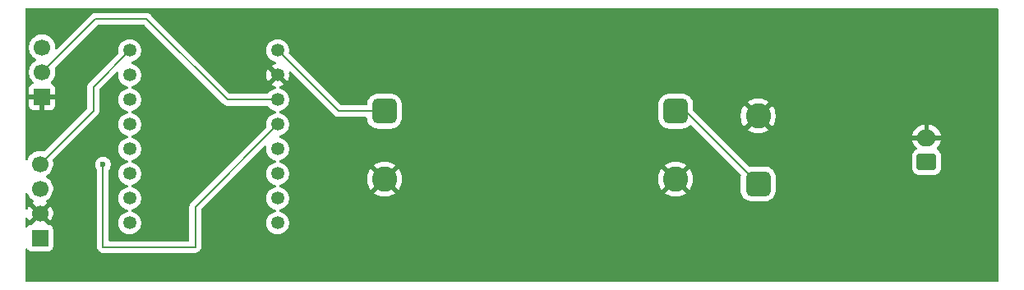
<source format=gbr>
%TF.GenerationSoftware,KiCad,Pcbnew,9.0.4*%
%TF.CreationDate,2025-11-05T17:22:30+05:30*%
%TF.ProjectId,BikeSSv3,42696b65-5353-4763-932e-6b696361645f,rev?*%
%TF.SameCoordinates,Original*%
%TF.FileFunction,Copper,L1,Top*%
%TF.FilePolarity,Positive*%
%FSLAX46Y46*%
G04 Gerber Fmt 4.6, Leading zero omitted, Abs format (unit mm)*
G04 Created by KiCad (PCBNEW 9.0.4) date 2025-11-05 17:22:30*
%MOMM*%
%LPD*%
G01*
G04 APERTURE LIST*
G04 Aperture macros list*
%AMRoundRect*
0 Rectangle with rounded corners*
0 $1 Rounding radius*
0 $2 $3 $4 $5 $6 $7 $8 $9 X,Y pos of 4 corners*
0 Add a 4 corners polygon primitive as box body*
4,1,4,$2,$3,$4,$5,$6,$7,$8,$9,$2,$3,0*
0 Add four circle primitives for the rounded corners*
1,1,$1+$1,$2,$3*
1,1,$1+$1,$4,$5*
1,1,$1+$1,$6,$7*
1,1,$1+$1,$8,$9*
0 Add four rect primitives between the rounded corners*
20,1,$1+$1,$2,$3,$4,$5,0*
20,1,$1+$1,$4,$5,$6,$7,0*
20,1,$1+$1,$6,$7,$8,$9,0*
20,1,$1+$1,$8,$9,$2,$3,0*%
G04 Aperture macros list end*
%TA.AperFunction,ComponentPad*%
%ADD10C,1.348000*%
%TD*%
%TA.AperFunction,ComponentPad*%
%ADD11RoundRect,0.250000X0.750000X-0.600000X0.750000X0.600000X-0.750000X0.600000X-0.750000X-0.600000X0*%
%TD*%
%TA.AperFunction,ComponentPad*%
%ADD12O,2.000000X1.700000*%
%TD*%
%TA.AperFunction,ComponentPad*%
%ADD13RoundRect,0.650000X-0.650000X0.650000X-0.650000X-0.650000X0.650000X-0.650000X0.650000X0.650000X0*%
%TD*%
%TA.AperFunction,ComponentPad*%
%ADD14C,2.600000*%
%TD*%
%TA.AperFunction,ComponentPad*%
%ADD15R,1.700000X1.700000*%
%TD*%
%TA.AperFunction,ComponentPad*%
%ADD16C,1.700000*%
%TD*%
%TA.AperFunction,ComponentPad*%
%ADD17RoundRect,0.650000X0.650000X-0.650000X0.650000X0.650000X-0.650000X0.650000X-0.650000X-0.650000X0*%
%TD*%
%TA.AperFunction,ViaPad*%
%ADD18C,0.600000*%
%TD*%
%TA.AperFunction,Conductor*%
%ADD19C,0.200000*%
%TD*%
G04 APERTURE END LIST*
D10*
%TO.P,U102,0,GPIO0*%
%TO.N,unconnected-(U102-GPIO0-Pad0)*%
X207990000Y-59030000D03*
%TO.P,U102,1,GPIO1*%
%TO.N,unconnected-(U102-GPIO1-Pad1)*%
X207990000Y-56490000D03*
%TO.P,U102,2,GPIO2*%
%TO.N,unconnected-(U102-GPIO2-Pad2)*%
X207990000Y-53950000D03*
%TO.P,U102,3,GPIO3*%
%TO.N,unconnected-(U102-GPIO3-Pad3)*%
X207990000Y-51410000D03*
%TO.P,U102,3.3,3V3*%
%TO.N,/3.3V*%
X207990000Y-46330000D03*
%TO.P,U102,4,GPIO4*%
%TO.N,/4*%
X207990000Y-48870000D03*
%TO.P,U102,5,GPIO5*%
%TO.N,/5*%
X192750000Y-41250000D03*
%TO.P,U102,5V,5V*%
%TO.N,/VCCb*%
X207990000Y-41250000D03*
%TO.P,U102,6,GPIO6*%
%TO.N,unconnected-(U102-GPIO6-Pad6)*%
X192750000Y-43790000D03*
%TO.P,U102,7,GPIO7*%
%TO.N,unconnected-(U102-GPIO7-Pad7)*%
X192750000Y-46330000D03*
%TO.P,U102,8,GPIO8*%
%TO.N,unconnected-(U102-GPIO8-Pad8)*%
X192750000Y-48870000D03*
%TO.P,U102,9,GPIO9*%
%TO.N,unconnected-(U102-GPIO9-Pad9)*%
X192750000Y-51410000D03*
%TO.P,U102,10,GPIO10*%
%TO.N,unconnected-(U102-GPIO10-Pad10)*%
X192750000Y-53950000D03*
%TO.P,U102,20,GPIO20*%
%TO.N,unconnected-(U102-GPIO20-Pad20)*%
X192750000Y-56490000D03*
%TO.P,U102,21,GPIO21*%
%TO.N,unconnected-(U102-GPIO21-Pad21)*%
X192750000Y-59030000D03*
%TO.P,U102,G,GND*%
%TO.N,/GNDs*%
X207990000Y-43790000D03*
%TD*%
D11*
%TO.P,J111,1,Pin_1*%
%TO.N,/VCCs*%
X274850000Y-52750000D03*
D12*
%TO.P,J111,2,Pin_2*%
%TO.N,/GNDs*%
X274850000Y-50250000D03*
%TD*%
D13*
%TO.P,TP105,1,1*%
%TO.N,/VCCb*%
X219000000Y-47500000D03*
D14*
%TO.P,TP105,2,2*%
%TO.N,/GNDs*%
X219000000Y-54500000D03*
%TD*%
D13*
%TO.P,TP104,1,1*%
%TO.N,/VCCs*%
X249000000Y-47500000D03*
D14*
%TO.P,TP104,2,2*%
%TO.N,/GNDs*%
X249000000Y-54500000D03*
%TD*%
D15*
%TO.P,J110,1,Pin_1*%
%TO.N,/GNDs*%
X183725000Y-46025000D03*
D16*
%TO.P,J110,2,Pin_2*%
%TO.N,/3.3V*%
X183725000Y-43485000D03*
%TO.P,J110,3,Pin_3*%
%TO.N,/4*%
X183725000Y-40945000D03*
%TD*%
D17*
%TO.P,TP102,1,1*%
%TO.N,/VCCs*%
X257500000Y-55000000D03*
D14*
%TO.P,TP102,2,2*%
%TO.N,/GNDs*%
X257500000Y-48000000D03*
%TD*%
D15*
%TO.P,J109,1,Pin_1*%
%TO.N,/VCCb*%
X183500000Y-60580000D03*
D16*
%TO.P,J109,2,Pin_2*%
%TO.N,/GNDs*%
X183500000Y-58040000D03*
%TO.P,J109,3,Pin_3*%
%TO.N,unconnected-(J109-Pin_3-Pad3)*%
X183500000Y-55500000D03*
%TO.P,J109,4,Pin_4*%
%TO.N,/5*%
X183500000Y-52960000D03*
%TD*%
D18*
%TO.N,/4*%
X190000000Y-53000000D03*
%TD*%
D19*
%TO.N,/5*%
X189000000Y-45000000D02*
X189000000Y-47460000D01*
X192750000Y-41250000D02*
X189000000Y-45000000D01*
X183500000Y-52960000D02*
X189000000Y-47460000D01*
%TO.N,/4*%
X190000000Y-61500000D02*
X190000000Y-53000000D01*
X199500000Y-57360000D02*
X199500000Y-61500000D01*
%TO.N,/3.3V*%
X202830000Y-46330000D02*
X194500000Y-38000000D01*
%TO.N,/VCCb*%
X219000000Y-47500000D02*
X214240000Y-47500000D01*
%TO.N,/4*%
X207990000Y-48870000D02*
X199500000Y-57360000D01*
%TO.N,/VCCs*%
X257500000Y-55000000D02*
X250000000Y-47500000D01*
X250000000Y-47500000D02*
X249000000Y-47500000D01*
%TO.N,/3.3V*%
X189210000Y-38000000D02*
X183725000Y-43485000D01*
X207990000Y-46330000D02*
X202830000Y-46330000D01*
X194500000Y-38000000D02*
X189210000Y-38000000D01*
%TO.N,/VCCb*%
X214240000Y-47500000D02*
X207990000Y-41250000D01*
%TO.N,/4*%
X199500000Y-61500000D02*
X190000000Y-61500000D01*
%TD*%
%TA.AperFunction,Conductor*%
%TO.N,/GNDs*%
G36*
X282192539Y-36895185D02*
G01*
X282238294Y-36947989D01*
X282249500Y-36999500D01*
X282249500Y-65000500D01*
X282229815Y-65067539D01*
X282177011Y-65113294D01*
X282125500Y-65124500D01*
X182124500Y-65124500D01*
X182057461Y-65104815D01*
X182011706Y-65052011D01*
X182000500Y-65000500D01*
X182000500Y-61770102D01*
X182020185Y-61703063D01*
X182072989Y-61657308D01*
X182142147Y-61647364D01*
X182205703Y-61676389D01*
X182223762Y-61695786D01*
X182292454Y-61787546D01*
X182338643Y-61822123D01*
X182407664Y-61873793D01*
X182407671Y-61873797D01*
X182542517Y-61924091D01*
X182542516Y-61924091D01*
X182549444Y-61924835D01*
X182602127Y-61930500D01*
X184397872Y-61930499D01*
X184457483Y-61924091D01*
X184592331Y-61873796D01*
X184707546Y-61787546D01*
X184793796Y-61672331D01*
X184844091Y-61537483D01*
X184850500Y-61477873D01*
X184850499Y-59682128D01*
X184844091Y-59622517D01*
X184802521Y-59511063D01*
X184793797Y-59487671D01*
X184793793Y-59487664D01*
X184707547Y-59372455D01*
X184707544Y-59372452D01*
X184592335Y-59286206D01*
X184592328Y-59286202D01*
X184457482Y-59235908D01*
X184457483Y-59235908D01*
X184397883Y-59229501D01*
X184397881Y-59229500D01*
X184397873Y-59229500D01*
X184397865Y-59229500D01*
X184387309Y-59229500D01*
X184320270Y-59209815D01*
X184299628Y-59193181D01*
X183629408Y-58522962D01*
X183692993Y-58505925D01*
X183807007Y-58440099D01*
X183900099Y-58347007D01*
X183965925Y-58232993D01*
X183982962Y-58169408D01*
X184615270Y-58801717D01*
X184615270Y-58801716D01*
X184654622Y-58747554D01*
X184751095Y-58558217D01*
X184816757Y-58356130D01*
X184816757Y-58356127D01*
X184850000Y-58146246D01*
X184850000Y-57933753D01*
X184816757Y-57723872D01*
X184816757Y-57723869D01*
X184751095Y-57521782D01*
X184654624Y-57332449D01*
X184615270Y-57278282D01*
X184615269Y-57278282D01*
X183982962Y-57910590D01*
X183965925Y-57847007D01*
X183900099Y-57732993D01*
X183807007Y-57639901D01*
X183692993Y-57574075D01*
X183629409Y-57557037D01*
X184261716Y-56924728D01*
X184207547Y-56885373D01*
X184207547Y-56885372D01*
X184198500Y-56880763D01*
X184147706Y-56832788D01*
X184130912Y-56764966D01*
X184153451Y-56698832D01*
X184198508Y-56659793D01*
X184207816Y-56655051D01*
X184307764Y-56582435D01*
X184379786Y-56530109D01*
X184379788Y-56530106D01*
X184379792Y-56530104D01*
X184530104Y-56379792D01*
X184530106Y-56379788D01*
X184530109Y-56379786D01*
X184655048Y-56207820D01*
X184655047Y-56207820D01*
X184655051Y-56207816D01*
X184751557Y-56018412D01*
X184817246Y-55816243D01*
X184850500Y-55606287D01*
X184850500Y-55393713D01*
X184817246Y-55183757D01*
X184751557Y-54981588D01*
X184655051Y-54792184D01*
X184655049Y-54792181D01*
X184655048Y-54792179D01*
X184530109Y-54620213D01*
X184379786Y-54469890D01*
X184207820Y-54344951D01*
X184207115Y-54344591D01*
X184199054Y-54340485D01*
X184148259Y-54292512D01*
X184131463Y-54224692D01*
X184153999Y-54158556D01*
X184199054Y-54119515D01*
X184207816Y-54115051D01*
X184248285Y-54085649D01*
X184379786Y-53990109D01*
X184379788Y-53990106D01*
X184379792Y-53990104D01*
X184530104Y-53839792D01*
X184530106Y-53839788D01*
X184530109Y-53839786D01*
X184655048Y-53667820D01*
X184655047Y-53667820D01*
X184655051Y-53667816D01*
X184751557Y-53478412D01*
X184817246Y-53276243D01*
X184850500Y-53066287D01*
X184850500Y-52853713D01*
X184817246Y-52643757D01*
X184803506Y-52601473D01*
X184801512Y-52531635D01*
X184833755Y-52475478D01*
X189480520Y-47828716D01*
X189559577Y-47691784D01*
X189600501Y-47539057D01*
X189600501Y-47380942D01*
X189600501Y-47373347D01*
X189600500Y-47373329D01*
X189600500Y-45300096D01*
X189620185Y-45233057D01*
X189636814Y-45212420D01*
X191385406Y-43463827D01*
X191446729Y-43430343D01*
X191516421Y-43435327D01*
X191572354Y-43477199D01*
X191596771Y-43542663D01*
X191595560Y-43570907D01*
X191575500Y-43697559D01*
X191575500Y-43882440D01*
X191604419Y-44065030D01*
X191661546Y-44240849D01*
X191661547Y-44240852D01*
X191718588Y-44352799D01*
X191724694Y-44364784D01*
X191745479Y-44405575D01*
X191854135Y-44555129D01*
X191854139Y-44555134D01*
X191984865Y-44685860D01*
X191984870Y-44685864D01*
X192054644Y-44736557D01*
X192134428Y-44794523D01*
X192214850Y-44835500D01*
X192299147Y-44878452D01*
X192299150Y-44878453D01*
X192387059Y-44907016D01*
X192474971Y-44935580D01*
X192485150Y-44937192D01*
X192487263Y-44937527D01*
X192550397Y-44967457D01*
X192587328Y-45026769D01*
X192586330Y-45096631D01*
X192547719Y-45154864D01*
X192487263Y-45182473D01*
X192474969Y-45184420D01*
X192299150Y-45241546D01*
X192299147Y-45241547D01*
X192134424Y-45325479D01*
X191984870Y-45434135D01*
X191984865Y-45434139D01*
X191854139Y-45564865D01*
X191854135Y-45564870D01*
X191745479Y-45714424D01*
X191661547Y-45879147D01*
X191661546Y-45879150D01*
X191604419Y-46054969D01*
X191575500Y-46237559D01*
X191575500Y-46422440D01*
X191604419Y-46605030D01*
X191661546Y-46780849D01*
X191661547Y-46780852D01*
X191711972Y-46879815D01*
X191737797Y-46930500D01*
X191745479Y-46945575D01*
X191854135Y-47095129D01*
X191854139Y-47095134D01*
X191984865Y-47225860D01*
X191984870Y-47225864D01*
X192112168Y-47318350D01*
X192134428Y-47334523D01*
X192242106Y-47389388D01*
X192299147Y-47418452D01*
X192299150Y-47418453D01*
X192387059Y-47447016D01*
X192474971Y-47475580D01*
X192485150Y-47477192D01*
X192487263Y-47477527D01*
X192550397Y-47507457D01*
X192587328Y-47566769D01*
X192586330Y-47636631D01*
X192547719Y-47694864D01*
X192487263Y-47722473D01*
X192474969Y-47724420D01*
X192299150Y-47781546D01*
X192299147Y-47781547D01*
X192134424Y-47865479D01*
X191984870Y-47974135D01*
X191984865Y-47974139D01*
X191854139Y-48104865D01*
X191854135Y-48104870D01*
X191745479Y-48254424D01*
X191661547Y-48419147D01*
X191661546Y-48419150D01*
X191604419Y-48594969D01*
X191575500Y-48777559D01*
X191575500Y-48962440D01*
X191604419Y-49145030D01*
X191661546Y-49320849D01*
X191661547Y-49320852D01*
X191686865Y-49370540D01*
X191720870Y-49437279D01*
X191745479Y-49485575D01*
X191854135Y-49635129D01*
X191854139Y-49635134D01*
X191984865Y-49765860D01*
X191984870Y-49765864D01*
X192115318Y-49860639D01*
X192134428Y-49874523D01*
X192242106Y-49929388D01*
X192299147Y-49958452D01*
X192299150Y-49958453D01*
X192387059Y-49987016D01*
X192474971Y-50015580D01*
X192485150Y-50017192D01*
X192487263Y-50017527D01*
X192550397Y-50047457D01*
X192587328Y-50106769D01*
X192586330Y-50176631D01*
X192547719Y-50234864D01*
X192487263Y-50262473D01*
X192474969Y-50264420D01*
X192299150Y-50321546D01*
X192299147Y-50321547D01*
X192134424Y-50405479D01*
X191984870Y-50514135D01*
X191984865Y-50514139D01*
X191854139Y-50644865D01*
X191854135Y-50644870D01*
X191745479Y-50794424D01*
X191661547Y-50959147D01*
X191661546Y-50959150D01*
X191604419Y-51134969D01*
X191575500Y-51317559D01*
X191575500Y-51502440D01*
X191604419Y-51685030D01*
X191661546Y-51860849D01*
X191661547Y-51860852D01*
X191745479Y-52025575D01*
X191854135Y-52175129D01*
X191854139Y-52175134D01*
X191984865Y-52305860D01*
X191984870Y-52305864D01*
X192084451Y-52378213D01*
X192134428Y-52414523D01*
X192242106Y-52469388D01*
X192299147Y-52498452D01*
X192299150Y-52498453D01*
X192358597Y-52517768D01*
X192474971Y-52555580D01*
X192485150Y-52557192D01*
X192487263Y-52557527D01*
X192550397Y-52587457D01*
X192587328Y-52646769D01*
X192586330Y-52716631D01*
X192547719Y-52774864D01*
X192487263Y-52802473D01*
X192474969Y-52804420D01*
X192299150Y-52861546D01*
X192299147Y-52861547D01*
X192134424Y-52945479D01*
X191984870Y-53054135D01*
X191984865Y-53054139D01*
X191854139Y-53184865D01*
X191854135Y-53184870D01*
X191745479Y-53334424D01*
X191661547Y-53499147D01*
X191661546Y-53499150D01*
X191604419Y-53674969D01*
X191575500Y-53857559D01*
X191575500Y-54042440D01*
X191604419Y-54225030D01*
X191661546Y-54400849D01*
X191661547Y-54400852D01*
X191745479Y-54565575D01*
X191854135Y-54715129D01*
X191854139Y-54715134D01*
X191984865Y-54845860D01*
X191984870Y-54845864D01*
X192115318Y-54940639D01*
X192134428Y-54954523D01*
X192233275Y-55004888D01*
X192299147Y-55038452D01*
X192299150Y-55038453D01*
X192358597Y-55057768D01*
X192474971Y-55095580D01*
X192485150Y-55097192D01*
X192487263Y-55097527D01*
X192550397Y-55127457D01*
X192587328Y-55186769D01*
X192586330Y-55256631D01*
X192547719Y-55314864D01*
X192487263Y-55342473D01*
X192474969Y-55344420D01*
X192299150Y-55401546D01*
X192299147Y-55401547D01*
X192134424Y-55485479D01*
X191984870Y-55594135D01*
X191984865Y-55594139D01*
X191854139Y-55724865D01*
X191854135Y-55724870D01*
X191745479Y-55874424D01*
X191661547Y-56039147D01*
X191661546Y-56039150D01*
X191604419Y-56214969D01*
X191575500Y-56397559D01*
X191575500Y-56582440D01*
X191604419Y-56765030D01*
X191661546Y-56940849D01*
X191661547Y-56940852D01*
X191718588Y-57052799D01*
X191730809Y-57076785D01*
X191745479Y-57105575D01*
X191854135Y-57255129D01*
X191854139Y-57255134D01*
X191984865Y-57385860D01*
X191984870Y-57385864D01*
X192058085Y-57439057D01*
X192134428Y-57494523D01*
X192223682Y-57540000D01*
X192299147Y-57578452D01*
X192299150Y-57578453D01*
X192363561Y-57599381D01*
X192474971Y-57635580D01*
X192485150Y-57637192D01*
X192487263Y-57637527D01*
X192550397Y-57667457D01*
X192587328Y-57726769D01*
X192586330Y-57796631D01*
X192547719Y-57854864D01*
X192487263Y-57882473D01*
X192474969Y-57884420D01*
X192299150Y-57941546D01*
X192299147Y-57941547D01*
X192134424Y-58025479D01*
X191984870Y-58134135D01*
X191984865Y-58134139D01*
X191854139Y-58264865D01*
X191854135Y-58264870D01*
X191745479Y-58414424D01*
X191661547Y-58579147D01*
X191661546Y-58579150D01*
X191604419Y-58754969D01*
X191575500Y-58937559D01*
X191575500Y-59122440D01*
X191604419Y-59305030D01*
X191661546Y-59480849D01*
X191661547Y-59480852D01*
X191676941Y-59511063D01*
X191733729Y-59622516D01*
X191745479Y-59645575D01*
X191854135Y-59795129D01*
X191854139Y-59795134D01*
X191984865Y-59925860D01*
X191984870Y-59925864D01*
X192115318Y-60020639D01*
X192134428Y-60034523D01*
X192242106Y-60089388D01*
X192299147Y-60118452D01*
X192299150Y-60118453D01*
X192474969Y-60175580D01*
X192657560Y-60204500D01*
X192657565Y-60204500D01*
X192842440Y-60204500D01*
X193025030Y-60175580D01*
X193200849Y-60118453D01*
X193200852Y-60118452D01*
X193365572Y-60034523D01*
X193515136Y-59925859D01*
X193645859Y-59795136D01*
X193754523Y-59645572D01*
X193838452Y-59480852D01*
X193873672Y-59372455D01*
X193895580Y-59305030D01*
X193924500Y-59122440D01*
X193924500Y-58937559D01*
X193895580Y-58754969D01*
X193838453Y-58579150D01*
X193838452Y-58579147D01*
X193789410Y-58482898D01*
X193754523Y-58414428D01*
X193705539Y-58347007D01*
X193645864Y-58264870D01*
X193645860Y-58264865D01*
X193515134Y-58134139D01*
X193515129Y-58134135D01*
X193365575Y-58025479D01*
X193365574Y-58025478D01*
X193365572Y-58025477D01*
X193312799Y-57998588D01*
X193200852Y-57941547D01*
X193200849Y-57941546D01*
X193025030Y-57884420D01*
X193012737Y-57882473D01*
X192949602Y-57852544D01*
X192912671Y-57793232D01*
X192913669Y-57723370D01*
X192952279Y-57665137D01*
X193012737Y-57637527D01*
X193014508Y-57637246D01*
X193025029Y-57635580D01*
X193200852Y-57578452D01*
X193365572Y-57494523D01*
X193515136Y-57385859D01*
X193645859Y-57255136D01*
X193754523Y-57105572D01*
X193838452Y-56940852D01*
X193856478Y-56885373D01*
X193895580Y-56765030D01*
X193924500Y-56582440D01*
X193924500Y-56397559D01*
X193895580Y-56214969D01*
X193838453Y-56039150D01*
X193838452Y-56039147D01*
X193786546Y-55937277D01*
X193754523Y-55874428D01*
X193740639Y-55855318D01*
X193645864Y-55724870D01*
X193645860Y-55724865D01*
X193515134Y-55594139D01*
X193515129Y-55594135D01*
X193365575Y-55485479D01*
X193365574Y-55485478D01*
X193365572Y-55485477D01*
X193312799Y-55458588D01*
X193200852Y-55401547D01*
X193200849Y-55401546D01*
X193025030Y-55344420D01*
X193012737Y-55342473D01*
X192949602Y-55312544D01*
X192912671Y-55253232D01*
X192913669Y-55183370D01*
X192952279Y-55125137D01*
X193012737Y-55097527D01*
X193014508Y-55097246D01*
X193025029Y-55095580D01*
X193200852Y-55038452D01*
X193365572Y-54954523D01*
X193515136Y-54845859D01*
X193645859Y-54715136D01*
X193754523Y-54565572D01*
X193838452Y-54400852D01*
X193867841Y-54310402D01*
X193895580Y-54225030D01*
X193924500Y-54042440D01*
X193924500Y-53857559D01*
X193895580Y-53674969D01*
X193838453Y-53499150D01*
X193838452Y-53499147D01*
X193790233Y-53404513D01*
X193754523Y-53334428D01*
X193740639Y-53315318D01*
X193645864Y-53184870D01*
X193645860Y-53184865D01*
X193515134Y-53054139D01*
X193515129Y-53054135D01*
X193365575Y-52945479D01*
X193365574Y-52945478D01*
X193365572Y-52945477D01*
X193312799Y-52918588D01*
X193200852Y-52861547D01*
X193200849Y-52861546D01*
X193025030Y-52804420D01*
X193012737Y-52802473D01*
X192949602Y-52772544D01*
X192912671Y-52713232D01*
X192913669Y-52643370D01*
X192952279Y-52585137D01*
X193012737Y-52557527D01*
X193014508Y-52557246D01*
X193025029Y-52555580D01*
X193200852Y-52498452D01*
X193365572Y-52414523D01*
X193515136Y-52305859D01*
X193645859Y-52175136D01*
X193754523Y-52025572D01*
X193838452Y-51860852D01*
X193887972Y-51708444D01*
X193895580Y-51685030D01*
X193924500Y-51502440D01*
X193924500Y-51317559D01*
X193895580Y-51134969D01*
X193838453Y-50959150D01*
X193838452Y-50959147D01*
X193809388Y-50902106D01*
X193754523Y-50794428D01*
X193697488Y-50715925D01*
X193645864Y-50644870D01*
X193645860Y-50644865D01*
X193515134Y-50514139D01*
X193515129Y-50514135D01*
X193365575Y-50405479D01*
X193365574Y-50405478D01*
X193365572Y-50405477D01*
X193312799Y-50378588D01*
X193200852Y-50321547D01*
X193200849Y-50321546D01*
X193025030Y-50264420D01*
X193012737Y-50262473D01*
X192949602Y-50232544D01*
X192912671Y-50173232D01*
X192913669Y-50103370D01*
X192952279Y-50045137D01*
X193012737Y-50017527D01*
X193014508Y-50017246D01*
X193025029Y-50015580D01*
X193200852Y-49958452D01*
X193365572Y-49874523D01*
X193515136Y-49765859D01*
X193645859Y-49635136D01*
X193754523Y-49485572D01*
X193838452Y-49320852D01*
X193871132Y-49220272D01*
X193895580Y-49145030D01*
X193924500Y-48962440D01*
X193924500Y-48777559D01*
X193895580Y-48594969D01*
X193838453Y-48419150D01*
X193838452Y-48419147D01*
X193805030Y-48353554D01*
X193754523Y-48254428D01*
X193707422Y-48189598D01*
X193645864Y-48104870D01*
X193645860Y-48104865D01*
X193515134Y-47974139D01*
X193515129Y-47974135D01*
X193365575Y-47865479D01*
X193365574Y-47865478D01*
X193365572Y-47865477D01*
X193312799Y-47838588D01*
X193200852Y-47781547D01*
X193200849Y-47781546D01*
X193025030Y-47724420D01*
X193012737Y-47722473D01*
X192949602Y-47692544D01*
X192912671Y-47633232D01*
X192913669Y-47563370D01*
X192952279Y-47505137D01*
X193012737Y-47477527D01*
X193014508Y-47477246D01*
X193025029Y-47475580D01*
X193200852Y-47418452D01*
X193365572Y-47334523D01*
X193515136Y-47225859D01*
X193645859Y-47095136D01*
X193754523Y-46945572D01*
X193838452Y-46780852D01*
X193839060Y-46778980D01*
X193895580Y-46605030D01*
X193924500Y-46422440D01*
X193924500Y-46237559D01*
X193895580Y-46054969D01*
X193838453Y-45879150D01*
X193838452Y-45879147D01*
X193774924Y-45754468D01*
X193754523Y-45714428D01*
X193728336Y-45678385D01*
X193645864Y-45564870D01*
X193645860Y-45564865D01*
X193515134Y-45434139D01*
X193515129Y-45434135D01*
X193365575Y-45325479D01*
X193365574Y-45325478D01*
X193365572Y-45325477D01*
X193312799Y-45298588D01*
X193200852Y-45241547D01*
X193200849Y-45241546D01*
X193025030Y-45184420D01*
X193012737Y-45182473D01*
X192949602Y-45152544D01*
X192912671Y-45093232D01*
X192913669Y-45023370D01*
X192952279Y-44965137D01*
X193012737Y-44937527D01*
X193014508Y-44937246D01*
X193025029Y-44935580D01*
X193200852Y-44878452D01*
X193365572Y-44794523D01*
X193515136Y-44685859D01*
X193645859Y-44555136D01*
X193754523Y-44405572D01*
X193838452Y-44240852D01*
X193848476Y-44210000D01*
X193895580Y-44065030D01*
X193924500Y-43882440D01*
X193924500Y-43697559D01*
X193895580Y-43514969D01*
X193838453Y-43339150D01*
X193838452Y-43339147D01*
X193809388Y-43282106D01*
X193754523Y-43174428D01*
X193667179Y-43054208D01*
X193645864Y-43024870D01*
X193645860Y-43024865D01*
X193515134Y-42894139D01*
X193515129Y-42894135D01*
X193365575Y-42785479D01*
X193365574Y-42785478D01*
X193365572Y-42785477D01*
X193312799Y-42758588D01*
X193200852Y-42701547D01*
X193200849Y-42701546D01*
X193025030Y-42644420D01*
X193012737Y-42642473D01*
X192949602Y-42612544D01*
X192912671Y-42553232D01*
X192913669Y-42483370D01*
X192952279Y-42425137D01*
X193012737Y-42397527D01*
X193014508Y-42397246D01*
X193025029Y-42395580D01*
X193200852Y-42338452D01*
X193365572Y-42254523D01*
X193515136Y-42145859D01*
X193645859Y-42015136D01*
X193754523Y-41865572D01*
X193838452Y-41700852D01*
X193838453Y-41700849D01*
X193895580Y-41525030D01*
X193924500Y-41342440D01*
X193924500Y-41157559D01*
X193895580Y-40974969D01*
X193838453Y-40799150D01*
X193838452Y-40799147D01*
X193809388Y-40742106D01*
X193754523Y-40634428D01*
X193740639Y-40615318D01*
X193645864Y-40484870D01*
X193645860Y-40484865D01*
X193515134Y-40354139D01*
X193515129Y-40354135D01*
X193365575Y-40245479D01*
X193365574Y-40245478D01*
X193365572Y-40245477D01*
X193312799Y-40218588D01*
X193200852Y-40161547D01*
X193200849Y-40161546D01*
X193025030Y-40104419D01*
X192842440Y-40075500D01*
X192842435Y-40075500D01*
X192657565Y-40075500D01*
X192657560Y-40075500D01*
X192474969Y-40104419D01*
X192299150Y-40161546D01*
X192299147Y-40161547D01*
X192134424Y-40245479D01*
X191984870Y-40354135D01*
X191984865Y-40354139D01*
X191854139Y-40484865D01*
X191854135Y-40484870D01*
X191745479Y-40634424D01*
X191661547Y-40799147D01*
X191661546Y-40799150D01*
X191604419Y-40974969D01*
X191575500Y-41157559D01*
X191575500Y-41342440D01*
X191597450Y-41481026D01*
X191588495Y-41550319D01*
X191562658Y-41588105D01*
X188631286Y-44519478D01*
X188519481Y-44631282D01*
X188519480Y-44631284D01*
X188473745Y-44710500D01*
X188440423Y-44768215D01*
X188399499Y-44920943D01*
X188399499Y-44920945D01*
X188399499Y-45089046D01*
X188399500Y-45089059D01*
X188399500Y-47159902D01*
X188379815Y-47226941D01*
X188363181Y-47247583D01*
X183984522Y-51626241D01*
X183923199Y-51659726D01*
X183858523Y-51656491D01*
X183816245Y-51642754D01*
X183676272Y-51620584D01*
X183606287Y-51609500D01*
X183393713Y-51609500D01*
X183345042Y-51617208D01*
X183183760Y-51642753D01*
X182981585Y-51708444D01*
X182792179Y-51804951D01*
X182620213Y-51929890D01*
X182469890Y-52080213D01*
X182344951Y-52252179D01*
X182248445Y-52441582D01*
X182248443Y-52441587D01*
X182248443Y-52441588D01*
X182242429Y-52460094D01*
X182202992Y-52517768D01*
X182138633Y-52544965D01*
X182069787Y-52533050D01*
X182018312Y-52485805D01*
X182000500Y-52421773D01*
X182000500Y-40838713D01*
X182374500Y-40838713D01*
X182374500Y-41051287D01*
X182407754Y-41261243D01*
X182435321Y-41346086D01*
X182473444Y-41463414D01*
X182569951Y-41652820D01*
X182694890Y-41824786D01*
X182845213Y-41975109D01*
X183017182Y-42100050D01*
X183025946Y-42104516D01*
X183076742Y-42152491D01*
X183093536Y-42220312D01*
X183070998Y-42286447D01*
X183025946Y-42325484D01*
X183017182Y-42329949D01*
X182845213Y-42454890D01*
X182694890Y-42605213D01*
X182569951Y-42777179D01*
X182473444Y-42966585D01*
X182407753Y-43168760D01*
X182380766Y-43339150D01*
X182374500Y-43378713D01*
X182374500Y-43591287D01*
X182407754Y-43801243D01*
X182456775Y-43952114D01*
X182473444Y-44003414D01*
X182569951Y-44192820D01*
X182694890Y-44364786D01*
X182808818Y-44478714D01*
X182842303Y-44540037D01*
X182837319Y-44609729D01*
X182795447Y-44665662D01*
X182764471Y-44682577D01*
X182632912Y-44731646D01*
X182632906Y-44731649D01*
X182517812Y-44817809D01*
X182517809Y-44817812D01*
X182431649Y-44932906D01*
X182431645Y-44932913D01*
X182381403Y-45067620D01*
X182381401Y-45067627D01*
X182375000Y-45127155D01*
X182375000Y-45775000D01*
X183291988Y-45775000D01*
X183259075Y-45832007D01*
X183225000Y-45959174D01*
X183225000Y-46090826D01*
X183259075Y-46217993D01*
X183291988Y-46275000D01*
X182375000Y-46275000D01*
X182375000Y-46922844D01*
X182381401Y-46982372D01*
X182381403Y-46982379D01*
X182431645Y-47117086D01*
X182431649Y-47117093D01*
X182517809Y-47232187D01*
X182517812Y-47232190D01*
X182632906Y-47318350D01*
X182632913Y-47318354D01*
X182767620Y-47368596D01*
X182767627Y-47368598D01*
X182827155Y-47374999D01*
X182827172Y-47375000D01*
X183475000Y-47375000D01*
X183475000Y-46458012D01*
X183532007Y-46490925D01*
X183659174Y-46525000D01*
X183790826Y-46525000D01*
X183917993Y-46490925D01*
X183975000Y-46458012D01*
X183975000Y-47375000D01*
X184622828Y-47375000D01*
X184622844Y-47374999D01*
X184682372Y-47368598D01*
X184682379Y-47368596D01*
X184817086Y-47318354D01*
X184817093Y-47318350D01*
X184932187Y-47232190D01*
X184932190Y-47232187D01*
X185018350Y-47117093D01*
X185018354Y-47117086D01*
X185068596Y-46982379D01*
X185068598Y-46982372D01*
X185074999Y-46922844D01*
X185075000Y-46922827D01*
X185075000Y-46275000D01*
X184158012Y-46275000D01*
X184190925Y-46217993D01*
X184225000Y-46090826D01*
X184225000Y-45959174D01*
X184190925Y-45832007D01*
X184158012Y-45775000D01*
X185075000Y-45775000D01*
X185075000Y-45127172D01*
X185074999Y-45127155D01*
X185068598Y-45067627D01*
X185068596Y-45067620D01*
X185018354Y-44932913D01*
X185018350Y-44932906D01*
X184932190Y-44817812D01*
X184932187Y-44817809D01*
X184817093Y-44731649D01*
X184817088Y-44731646D01*
X184685528Y-44682577D01*
X184629595Y-44640705D01*
X184605178Y-44575241D01*
X184620030Y-44506968D01*
X184641175Y-44478720D01*
X184755104Y-44364792D01*
X184880051Y-44192816D01*
X184976557Y-44003412D01*
X185042246Y-43801243D01*
X185075500Y-43591287D01*
X185075500Y-43378713D01*
X185042246Y-43168757D01*
X185028506Y-43126473D01*
X185026512Y-43056635D01*
X185058755Y-43000478D01*
X189422416Y-38636819D01*
X189483739Y-38603334D01*
X189510097Y-38600500D01*
X194199903Y-38600500D01*
X194266942Y-38620185D01*
X194287584Y-38636819D01*
X202345139Y-46694374D01*
X202345149Y-46694385D01*
X202349479Y-46698715D01*
X202349480Y-46698716D01*
X202461284Y-46810520D01*
X202546119Y-46859499D01*
X202598215Y-46889577D01*
X202750943Y-46930501D01*
X202750946Y-46930501D01*
X202916653Y-46930501D01*
X202916669Y-46930500D01*
X206911345Y-46930500D01*
X206978384Y-46950185D01*
X207011663Y-46981615D01*
X207094135Y-47095130D01*
X207224865Y-47225860D01*
X207224870Y-47225864D01*
X207352168Y-47318350D01*
X207374428Y-47334523D01*
X207482106Y-47389388D01*
X207539147Y-47418452D01*
X207539150Y-47418453D01*
X207627059Y-47447016D01*
X207714971Y-47475580D01*
X207725150Y-47477192D01*
X207727263Y-47477527D01*
X207790397Y-47507457D01*
X207827328Y-47566769D01*
X207826330Y-47636631D01*
X207787719Y-47694864D01*
X207727263Y-47722473D01*
X207714969Y-47724420D01*
X207539150Y-47781546D01*
X207539147Y-47781547D01*
X207374424Y-47865479D01*
X207224870Y-47974135D01*
X207224865Y-47974139D01*
X207094139Y-48104865D01*
X207094135Y-48104870D01*
X206985479Y-48254424D01*
X206901547Y-48419147D01*
X206901546Y-48419150D01*
X206844419Y-48594969D01*
X206815500Y-48777559D01*
X206815500Y-48962440D01*
X206837450Y-49101026D01*
X206828495Y-49170319D01*
X206802658Y-49208105D01*
X199131286Y-56879478D01*
X199019482Y-56991281D01*
X199019478Y-56991287D01*
X198970116Y-57076785D01*
X198940424Y-57128212D01*
X198940423Y-57128213D01*
X198919961Y-57204579D01*
X198899499Y-57280943D01*
X198899499Y-57280945D01*
X198899499Y-57449046D01*
X198899500Y-57449059D01*
X198899500Y-60775500D01*
X198879815Y-60842539D01*
X198827011Y-60888294D01*
X198775500Y-60899500D01*
X190724500Y-60899500D01*
X190657461Y-60879815D01*
X190611706Y-60827011D01*
X190600500Y-60775500D01*
X190600500Y-53579765D01*
X190620185Y-53512726D01*
X190621398Y-53510874D01*
X190643089Y-53478412D01*
X190709394Y-53379179D01*
X190769737Y-53233497D01*
X190800500Y-53078842D01*
X190800500Y-52921158D01*
X190800500Y-52921155D01*
X190800499Y-52921153D01*
X190788643Y-52861548D01*
X190769737Y-52766503D01*
X190754948Y-52730799D01*
X190709397Y-52620827D01*
X190709390Y-52620814D01*
X190621789Y-52489711D01*
X190621786Y-52489707D01*
X190510292Y-52378213D01*
X190510288Y-52378210D01*
X190379185Y-52290609D01*
X190379172Y-52290602D01*
X190233501Y-52230264D01*
X190233489Y-52230261D01*
X190078845Y-52199500D01*
X190078842Y-52199500D01*
X189921158Y-52199500D01*
X189921155Y-52199500D01*
X189766510Y-52230261D01*
X189766498Y-52230264D01*
X189620827Y-52290602D01*
X189620814Y-52290609D01*
X189489711Y-52378210D01*
X189489707Y-52378213D01*
X189378213Y-52489707D01*
X189378210Y-52489711D01*
X189290609Y-52620814D01*
X189290602Y-52620827D01*
X189230264Y-52766498D01*
X189230261Y-52766510D01*
X189199500Y-52921153D01*
X189199500Y-53078846D01*
X189230261Y-53233489D01*
X189230264Y-53233501D01*
X189290602Y-53379172D01*
X189290609Y-53379185D01*
X189378602Y-53510874D01*
X189399480Y-53577551D01*
X189399500Y-53579765D01*
X189399500Y-61420943D01*
X189399500Y-61579057D01*
X189432728Y-61703063D01*
X189440423Y-61731783D01*
X189440426Y-61731790D01*
X189519475Y-61868709D01*
X189519479Y-61868714D01*
X189519480Y-61868716D01*
X189631284Y-61980520D01*
X189631286Y-61980521D01*
X189631290Y-61980524D01*
X189768209Y-62059573D01*
X189768216Y-62059577D01*
X189920943Y-62100500D01*
X189920945Y-62100500D01*
X199579055Y-62100500D01*
X199579057Y-62100500D01*
X199731784Y-62059577D01*
X199868716Y-61980520D01*
X199980520Y-61868716D01*
X200059577Y-61731784D01*
X200100500Y-61579057D01*
X200100500Y-57660096D01*
X200120185Y-57593057D01*
X200136814Y-57572420D01*
X206625408Y-51083825D01*
X206686729Y-51050342D01*
X206756421Y-51055326D01*
X206812354Y-51097198D01*
X206836771Y-51162662D01*
X206835560Y-51190906D01*
X206815500Y-51317559D01*
X206815500Y-51502440D01*
X206844419Y-51685030D01*
X206901546Y-51860849D01*
X206901547Y-51860852D01*
X206985479Y-52025575D01*
X207094135Y-52175129D01*
X207094139Y-52175134D01*
X207224865Y-52305860D01*
X207224870Y-52305864D01*
X207324451Y-52378213D01*
X207374428Y-52414523D01*
X207482106Y-52469388D01*
X207539147Y-52498452D01*
X207539150Y-52498453D01*
X207598597Y-52517768D01*
X207714971Y-52555580D01*
X207725150Y-52557192D01*
X207727263Y-52557527D01*
X207790397Y-52587457D01*
X207827328Y-52646769D01*
X207826330Y-52716631D01*
X207787719Y-52774864D01*
X207727263Y-52802473D01*
X207714969Y-52804420D01*
X207539150Y-52861546D01*
X207539147Y-52861547D01*
X207374424Y-52945479D01*
X207224870Y-53054135D01*
X207224865Y-53054139D01*
X207094139Y-53184865D01*
X207094135Y-53184870D01*
X206985479Y-53334424D01*
X206901547Y-53499147D01*
X206901546Y-53499150D01*
X206844419Y-53674969D01*
X206815500Y-53857559D01*
X206815500Y-54042440D01*
X206844419Y-54225030D01*
X206901546Y-54400849D01*
X206901547Y-54400852D01*
X206985479Y-54565575D01*
X207094135Y-54715129D01*
X207094139Y-54715134D01*
X207224865Y-54845860D01*
X207224870Y-54845864D01*
X207355318Y-54940639D01*
X207374428Y-54954523D01*
X207473275Y-55004888D01*
X207539147Y-55038452D01*
X207539150Y-55038453D01*
X207598597Y-55057768D01*
X207714971Y-55095580D01*
X207725150Y-55097192D01*
X207727263Y-55097527D01*
X207790397Y-55127457D01*
X207827328Y-55186769D01*
X207826330Y-55256631D01*
X207787719Y-55314864D01*
X207727263Y-55342473D01*
X207714969Y-55344420D01*
X207539150Y-55401546D01*
X207539147Y-55401547D01*
X207374424Y-55485479D01*
X207224870Y-55594135D01*
X207224865Y-55594139D01*
X207094139Y-55724865D01*
X207094135Y-55724870D01*
X206985479Y-55874424D01*
X206901547Y-56039147D01*
X206901546Y-56039150D01*
X206844419Y-56214969D01*
X206815500Y-56397559D01*
X206815500Y-56582440D01*
X206844419Y-56765030D01*
X206901546Y-56940849D01*
X206901547Y-56940852D01*
X206958588Y-57052799D01*
X206970809Y-57076785D01*
X206985479Y-57105575D01*
X207094135Y-57255129D01*
X207094139Y-57255134D01*
X207224865Y-57385860D01*
X207224870Y-57385864D01*
X207298085Y-57439057D01*
X207374428Y-57494523D01*
X207463682Y-57540000D01*
X207539147Y-57578452D01*
X207539150Y-57578453D01*
X207603561Y-57599381D01*
X207714971Y-57635580D01*
X207725150Y-57637192D01*
X207727263Y-57637527D01*
X207790397Y-57667457D01*
X207827328Y-57726769D01*
X207826330Y-57796631D01*
X207787719Y-57854864D01*
X207727263Y-57882473D01*
X207714969Y-57884420D01*
X207539150Y-57941546D01*
X207539147Y-57941547D01*
X207374424Y-58025479D01*
X207224870Y-58134135D01*
X207224865Y-58134139D01*
X207094139Y-58264865D01*
X207094135Y-58264870D01*
X206985479Y-58414424D01*
X206901547Y-58579147D01*
X206901546Y-58579150D01*
X206844419Y-58754969D01*
X206815500Y-58937559D01*
X206815500Y-59122440D01*
X206844419Y-59305030D01*
X206901546Y-59480849D01*
X206901547Y-59480852D01*
X206916941Y-59511063D01*
X206973729Y-59622516D01*
X206985479Y-59645575D01*
X207094135Y-59795129D01*
X207094139Y-59795134D01*
X207224865Y-59925860D01*
X207224870Y-59925864D01*
X207355318Y-60020639D01*
X207374428Y-60034523D01*
X207482106Y-60089388D01*
X207539147Y-60118452D01*
X207539150Y-60118453D01*
X207714969Y-60175580D01*
X207897560Y-60204500D01*
X207897565Y-60204500D01*
X208082440Y-60204500D01*
X208265030Y-60175580D01*
X208440849Y-60118453D01*
X208440852Y-60118452D01*
X208605572Y-60034523D01*
X208755136Y-59925859D01*
X208885859Y-59795136D01*
X208994523Y-59645572D01*
X209078452Y-59480852D01*
X209113672Y-59372455D01*
X209135580Y-59305030D01*
X209164500Y-59122440D01*
X209164500Y-58937559D01*
X209135580Y-58754969D01*
X209078453Y-58579150D01*
X209078452Y-58579147D01*
X209029410Y-58482898D01*
X208994523Y-58414428D01*
X208945539Y-58347007D01*
X208885864Y-58264870D01*
X208885860Y-58264865D01*
X208755134Y-58134139D01*
X208755129Y-58134135D01*
X208605575Y-58025479D01*
X208605574Y-58025478D01*
X208605572Y-58025477D01*
X208552799Y-57998588D01*
X208440852Y-57941547D01*
X208440849Y-57941546D01*
X208265030Y-57884420D01*
X208252737Y-57882473D01*
X208189602Y-57852544D01*
X208152671Y-57793232D01*
X208153669Y-57723370D01*
X208192279Y-57665137D01*
X208252737Y-57637527D01*
X208254508Y-57637246D01*
X208265029Y-57635580D01*
X208440852Y-57578452D01*
X208605572Y-57494523D01*
X208755136Y-57385859D01*
X208885859Y-57255136D01*
X208994523Y-57105572D01*
X209078452Y-56940852D01*
X209096478Y-56885373D01*
X209135580Y-56765030D01*
X209164500Y-56582440D01*
X209164500Y-56397559D01*
X209135580Y-56214969D01*
X209078453Y-56039150D01*
X209078452Y-56039147D01*
X209030797Y-55945620D01*
X209026546Y-55937277D01*
X208994523Y-55874428D01*
X208994521Y-55874425D01*
X208994520Y-55874423D01*
X208885864Y-55724870D01*
X208885860Y-55724865D01*
X208755134Y-55594139D01*
X208755129Y-55594135D01*
X208605575Y-55485479D01*
X208605574Y-55485478D01*
X208605572Y-55485477D01*
X208552799Y-55458588D01*
X208440852Y-55401547D01*
X208440849Y-55401546D01*
X208265030Y-55344420D01*
X208252737Y-55342473D01*
X208189602Y-55312544D01*
X208152671Y-55253232D01*
X208153669Y-55183370D01*
X208192279Y-55125137D01*
X208252737Y-55097527D01*
X208254508Y-55097246D01*
X208265029Y-55095580D01*
X208440852Y-55038452D01*
X208605572Y-54954523D01*
X208755136Y-54845859D01*
X208885859Y-54715136D01*
X208994523Y-54565572D01*
X209078452Y-54400852D01*
X209084572Y-54382014D01*
X217200000Y-54382014D01*
X217200000Y-54617985D01*
X217230799Y-54851914D01*
X217291870Y-55079837D01*
X217382160Y-55297819D01*
X217382165Y-55297828D01*
X217500144Y-55502171D01*
X217500145Y-55502172D01*
X217562721Y-55583723D01*
X218398958Y-54747487D01*
X218423978Y-54807890D01*
X218495112Y-54914351D01*
X218585649Y-55004888D01*
X218692110Y-55076022D01*
X218752511Y-55101041D01*
X217916275Y-55937277D01*
X217997827Y-55999854D01*
X217997828Y-55999855D01*
X218202171Y-56117834D01*
X218202180Y-56117839D01*
X218420163Y-56208129D01*
X218420161Y-56208129D01*
X218648085Y-56269200D01*
X218882014Y-56299999D01*
X218882029Y-56300000D01*
X219117971Y-56300000D01*
X219117985Y-56299999D01*
X219351914Y-56269200D01*
X219579837Y-56208129D01*
X219797819Y-56117839D01*
X219797828Y-56117834D01*
X220002181Y-55999850D01*
X220083723Y-55937279D01*
X220083723Y-55937276D01*
X219247487Y-55101041D01*
X219307890Y-55076022D01*
X219414351Y-55004888D01*
X219504888Y-54914351D01*
X219576022Y-54807890D01*
X219601041Y-54747487D01*
X220437276Y-55583723D01*
X220437279Y-55583723D01*
X220499850Y-55502181D01*
X220617834Y-55297828D01*
X220617839Y-55297819D01*
X220708129Y-55079837D01*
X220769200Y-54851914D01*
X220799999Y-54617985D01*
X220800000Y-54617971D01*
X220800000Y-54382028D01*
X220799999Y-54382014D01*
X247200000Y-54382014D01*
X247200000Y-54617985D01*
X247230799Y-54851914D01*
X247291870Y-55079837D01*
X247382160Y-55297819D01*
X247382165Y-55297828D01*
X247500144Y-55502171D01*
X247500145Y-55502172D01*
X247562721Y-55583723D01*
X248398958Y-54747487D01*
X248423978Y-54807890D01*
X248495112Y-54914351D01*
X248585649Y-55004888D01*
X248692110Y-55076022D01*
X248752511Y-55101041D01*
X247916275Y-55937277D01*
X247997827Y-55999854D01*
X247997828Y-55999855D01*
X248202171Y-56117834D01*
X248202180Y-56117839D01*
X248420163Y-56208129D01*
X248420161Y-56208129D01*
X248648085Y-56269200D01*
X248882014Y-56299999D01*
X248882029Y-56300000D01*
X249117971Y-56300000D01*
X249117985Y-56299999D01*
X249351914Y-56269200D01*
X249579837Y-56208129D01*
X249797819Y-56117839D01*
X249797828Y-56117834D01*
X250002181Y-55999850D01*
X250083723Y-55937279D01*
X250083723Y-55937276D01*
X249247487Y-55101041D01*
X249307890Y-55076022D01*
X249414351Y-55004888D01*
X249504888Y-54914351D01*
X249576022Y-54807890D01*
X249601041Y-54747488D01*
X250437276Y-55583723D01*
X250437279Y-55583723D01*
X250499850Y-55502181D01*
X250617834Y-55297828D01*
X250617839Y-55297819D01*
X250708129Y-55079837D01*
X250769200Y-54851914D01*
X250799999Y-54617985D01*
X250800000Y-54617971D01*
X250800000Y-54382028D01*
X250799999Y-54382014D01*
X250769200Y-54148085D01*
X250708129Y-53920162D01*
X250617839Y-53702180D01*
X250617834Y-53702171D01*
X250499855Y-53497828D01*
X250499854Y-53497827D01*
X250437277Y-53416275D01*
X249601041Y-54252511D01*
X249576022Y-54192110D01*
X249504888Y-54085649D01*
X249414351Y-53995112D01*
X249307890Y-53923978D01*
X249247488Y-53898958D01*
X250083723Y-53062721D01*
X250002172Y-53000145D01*
X250002171Y-53000144D01*
X249797828Y-52882165D01*
X249797819Y-52882160D01*
X249579836Y-52791870D01*
X249579838Y-52791870D01*
X249351914Y-52730799D01*
X249117985Y-52700000D01*
X248882014Y-52700000D01*
X248648085Y-52730799D01*
X248420162Y-52791870D01*
X248202180Y-52882160D01*
X248202171Y-52882165D01*
X247997828Y-53000144D01*
X247997818Y-53000150D01*
X247916275Y-53062720D01*
X247916275Y-53062721D01*
X248752512Y-53898958D01*
X248692110Y-53923978D01*
X248585649Y-53995112D01*
X248495112Y-54085649D01*
X248423978Y-54192110D01*
X248398958Y-54252511D01*
X247562721Y-53416275D01*
X247562720Y-53416275D01*
X247500150Y-53497818D01*
X247500144Y-53497828D01*
X247382165Y-53702171D01*
X247382160Y-53702180D01*
X247291870Y-53920162D01*
X247230799Y-54148085D01*
X247200000Y-54382014D01*
X220799999Y-54382014D01*
X220769200Y-54148085D01*
X220708129Y-53920162D01*
X220617839Y-53702180D01*
X220617834Y-53702171D01*
X220499855Y-53497828D01*
X220499854Y-53497827D01*
X220437277Y-53416275D01*
X219601041Y-54252511D01*
X219576022Y-54192110D01*
X219504888Y-54085649D01*
X219414351Y-53995112D01*
X219307890Y-53923978D01*
X219247488Y-53898958D01*
X220083723Y-53062721D01*
X220002172Y-53000145D01*
X220002171Y-53000144D01*
X219797828Y-52882165D01*
X219797819Y-52882160D01*
X219579836Y-52791870D01*
X219579838Y-52791870D01*
X219351914Y-52730799D01*
X219117985Y-52700000D01*
X218882014Y-52700000D01*
X218648085Y-52730799D01*
X218420162Y-52791870D01*
X218202180Y-52882160D01*
X218202171Y-52882165D01*
X217997828Y-53000144D01*
X217997818Y-53000150D01*
X217916275Y-53062720D01*
X217916275Y-53062721D01*
X218752512Y-53898958D01*
X218692110Y-53923978D01*
X218585649Y-53995112D01*
X218495112Y-54085649D01*
X218423978Y-54192110D01*
X218398958Y-54252512D01*
X217562721Y-53416275D01*
X217562720Y-53416275D01*
X217500150Y-53497818D01*
X217500144Y-53497828D01*
X217382165Y-53702171D01*
X217382160Y-53702180D01*
X217291870Y-53920162D01*
X217230799Y-54148085D01*
X217200000Y-54382014D01*
X209084572Y-54382014D01*
X209092271Y-54358319D01*
X209098340Y-54339644D01*
X209098340Y-54339643D01*
X209110750Y-54301447D01*
X209135580Y-54225029D01*
X209152999Y-54115048D01*
X209164500Y-54042440D01*
X209164500Y-53857559D01*
X209135580Y-53674969D01*
X209078453Y-53499150D01*
X209078452Y-53499147D01*
X209030233Y-53404513D01*
X208994523Y-53334428D01*
X208988641Y-53326332D01*
X208885865Y-53184870D01*
X208755134Y-53054139D01*
X208755129Y-53054135D01*
X208605575Y-52945479D01*
X208605574Y-52945478D01*
X208605572Y-52945477D01*
X208552799Y-52918588D01*
X208440852Y-52861547D01*
X208440849Y-52861546D01*
X208265030Y-52804420D01*
X208252737Y-52802473D01*
X208189602Y-52772544D01*
X208152671Y-52713232D01*
X208153669Y-52643370D01*
X208192279Y-52585137D01*
X208252737Y-52557527D01*
X208254508Y-52557246D01*
X208265029Y-52555580D01*
X208440852Y-52498452D01*
X208605572Y-52414523D01*
X208755136Y-52305859D01*
X208885859Y-52175136D01*
X208994523Y-52025572D01*
X209078452Y-51860852D01*
X209127972Y-51708444D01*
X209135580Y-51685030D01*
X209164500Y-51502440D01*
X209164500Y-51317559D01*
X209135580Y-51134969D01*
X209078453Y-50959150D01*
X209078452Y-50959147D01*
X209049388Y-50902106D01*
X208994523Y-50794428D01*
X208937488Y-50715925D01*
X208885864Y-50644870D01*
X208885860Y-50644865D01*
X208755134Y-50514139D01*
X208755129Y-50514135D01*
X208605575Y-50405479D01*
X208605574Y-50405478D01*
X208605572Y-50405477D01*
X208552799Y-50378588D01*
X208440852Y-50321547D01*
X208440849Y-50321546D01*
X208265030Y-50264420D01*
X208252737Y-50262473D01*
X208189602Y-50232544D01*
X208152671Y-50173232D01*
X208153669Y-50103370D01*
X208192279Y-50045137D01*
X208252737Y-50017527D01*
X208254508Y-50017246D01*
X208265029Y-50015580D01*
X208440852Y-49958452D01*
X208605572Y-49874523D01*
X208755136Y-49765859D01*
X208885859Y-49635136D01*
X208994523Y-49485572D01*
X209078452Y-49320852D01*
X209111132Y-49220272D01*
X209135580Y-49145030D01*
X209164500Y-48962440D01*
X209164500Y-48777559D01*
X209135580Y-48594969D01*
X209078453Y-48419150D01*
X209078452Y-48419147D01*
X209045030Y-48353554D01*
X208994523Y-48254428D01*
X208947422Y-48189598D01*
X208885864Y-48104870D01*
X208885860Y-48104865D01*
X208755134Y-47974139D01*
X208755129Y-47974135D01*
X208605575Y-47865479D01*
X208605574Y-47865478D01*
X208605572Y-47865477D01*
X208552799Y-47838588D01*
X208440852Y-47781547D01*
X208440849Y-47781546D01*
X208265030Y-47724420D01*
X208252737Y-47722473D01*
X208189602Y-47692544D01*
X208152671Y-47633232D01*
X208153669Y-47563370D01*
X208192279Y-47505137D01*
X208252737Y-47477527D01*
X208254508Y-47477246D01*
X208265029Y-47475580D01*
X208440852Y-47418452D01*
X208605572Y-47334523D01*
X208755136Y-47225859D01*
X208885859Y-47095136D01*
X208994523Y-46945572D01*
X209078452Y-46780852D01*
X209079060Y-46778980D01*
X209135580Y-46605030D01*
X209164500Y-46422440D01*
X209164500Y-46237559D01*
X209135580Y-46054969D01*
X209078453Y-45879150D01*
X209078452Y-45879147D01*
X209014924Y-45754468D01*
X208994523Y-45714428D01*
X208968336Y-45678385D01*
X208885864Y-45564870D01*
X208885860Y-45564865D01*
X208755134Y-45434139D01*
X208755129Y-45434135D01*
X208605575Y-45325479D01*
X208605574Y-45325478D01*
X208605572Y-45325477D01*
X208552799Y-45298588D01*
X208440852Y-45241547D01*
X208440849Y-45241546D01*
X208265033Y-45184421D01*
X208265031Y-45184420D01*
X208265029Y-45184420D01*
X208252736Y-45182473D01*
X208251133Y-45182219D01*
X208188000Y-45152287D01*
X208151071Y-45092974D01*
X208152071Y-45023111D01*
X208190683Y-44964880D01*
X208251143Y-44937272D01*
X208264911Y-44935091D01*
X208440661Y-44877986D01*
X208605310Y-44794094D01*
X208625715Y-44779268D01*
X208625716Y-44779268D01*
X208054090Y-44207642D01*
X208152114Y-44181378D01*
X208247886Y-44126084D01*
X208326084Y-44047886D01*
X208381378Y-43952114D01*
X208407643Y-43854089D01*
X208979268Y-44425716D01*
X208979268Y-44425715D01*
X208994094Y-44405310D01*
X209077986Y-44240661D01*
X209135092Y-44064908D01*
X209164000Y-43882395D01*
X209164000Y-43697606D01*
X209143837Y-43570307D01*
X209152791Y-43501013D01*
X209197787Y-43447561D01*
X209264539Y-43426921D01*
X209331852Y-43445646D01*
X209353991Y-43463227D01*
X211103179Y-45212415D01*
X213871284Y-47980520D01*
X213871286Y-47980521D01*
X213871290Y-47980524D01*
X214008209Y-48059573D01*
X214008216Y-48059577D01*
X214160943Y-48100501D01*
X214160945Y-48100501D01*
X214326654Y-48100501D01*
X214326670Y-48100500D01*
X217075546Y-48100500D01*
X217142585Y-48120185D01*
X217188340Y-48172989D01*
X217199164Y-48218881D01*
X217199351Y-48218869D01*
X217199429Y-48220005D01*
X217199471Y-48220180D01*
X217199500Y-48221019D01*
X217205650Y-48309624D01*
X217205652Y-48309640D01*
X217254465Y-48517176D01*
X217254467Y-48517182D01*
X217254468Y-48517185D01*
X217340591Y-48712237D01*
X217340592Y-48712238D01*
X217461088Y-48888141D01*
X217461093Y-48888147D01*
X217611852Y-49038906D01*
X217611858Y-49038911D01*
X217787763Y-49159409D01*
X217982815Y-49245532D01*
X217982821Y-49245533D01*
X217982823Y-49245534D01*
X218190359Y-49294347D01*
X218190364Y-49294347D01*
X218190370Y-49294349D01*
X218239602Y-49297766D01*
X218278984Y-49300500D01*
X218278988Y-49300500D01*
X219721016Y-49300500D01*
X219756459Y-49298039D01*
X219809630Y-49294349D01*
X219809636Y-49294347D01*
X219809640Y-49294347D01*
X220017176Y-49245534D01*
X220017174Y-49245534D01*
X220017185Y-49245532D01*
X220212237Y-49159409D01*
X220388142Y-49038911D01*
X220538911Y-48888142D01*
X220659409Y-48712237D01*
X220745532Y-48517185D01*
X220794349Y-48309630D01*
X220800500Y-48221012D01*
X220800500Y-46778988D01*
X220800499Y-46778984D01*
X247199500Y-46778984D01*
X247199500Y-48221015D01*
X247205650Y-48309624D01*
X247205652Y-48309640D01*
X247254465Y-48517176D01*
X247254467Y-48517182D01*
X247254468Y-48517185D01*
X247340591Y-48712237D01*
X247340592Y-48712238D01*
X247461088Y-48888141D01*
X247461093Y-48888147D01*
X247611852Y-49038906D01*
X247611858Y-49038911D01*
X247787763Y-49159409D01*
X247982815Y-49245532D01*
X247982821Y-49245533D01*
X247982823Y-49245534D01*
X248190359Y-49294347D01*
X248190364Y-49294347D01*
X248190370Y-49294349D01*
X248239602Y-49297766D01*
X248278984Y-49300500D01*
X248278988Y-49300500D01*
X249721016Y-49300500D01*
X249756459Y-49298039D01*
X249809630Y-49294349D01*
X249809636Y-49294347D01*
X249809640Y-49294347D01*
X250017176Y-49245534D01*
X250017174Y-49245534D01*
X250017185Y-49245532D01*
X250212237Y-49159409D01*
X250388142Y-49038911D01*
X250451228Y-48975824D01*
X250512548Y-48942340D01*
X250582240Y-48947324D01*
X250626589Y-48975825D01*
X255682609Y-54031845D01*
X255716094Y-54093168D01*
X255715635Y-54147912D01*
X255705652Y-54190359D01*
X255705650Y-54190376D01*
X255699500Y-54278984D01*
X255699500Y-55721015D01*
X255705650Y-55809624D01*
X255705652Y-55809640D01*
X255754465Y-56017176D01*
X255754467Y-56017182D01*
X255754468Y-56017185D01*
X255840591Y-56212237D01*
X255842464Y-56214971D01*
X255961088Y-56388141D01*
X255961093Y-56388147D01*
X256111852Y-56538906D01*
X256111858Y-56538911D01*
X256287763Y-56659409D01*
X256482815Y-56745532D01*
X256482821Y-56745533D01*
X256482823Y-56745534D01*
X256690359Y-56794347D01*
X256690364Y-56794347D01*
X256690370Y-56794349D01*
X256739602Y-56797766D01*
X256778984Y-56800500D01*
X256778988Y-56800500D01*
X258221016Y-56800500D01*
X258256459Y-56798039D01*
X258309630Y-56794349D01*
X258309636Y-56794347D01*
X258309640Y-56794347D01*
X258465468Y-56757695D01*
X258517185Y-56745532D01*
X258712237Y-56659409D01*
X258888142Y-56538911D01*
X259038911Y-56388142D01*
X259159409Y-56212237D01*
X259245532Y-56017185D01*
X259262364Y-55945620D01*
X259294347Y-55809640D01*
X259294347Y-55809636D01*
X259294349Y-55809630D01*
X259300500Y-55721012D01*
X259300500Y-54278988D01*
X259294349Y-54190370D01*
X259294347Y-54190364D01*
X259294347Y-54190359D01*
X259245534Y-53982823D01*
X259245532Y-53982817D01*
X259245532Y-53982815D01*
X259159409Y-53787763D01*
X259038911Y-53611858D01*
X259038906Y-53611852D01*
X258888147Y-53461093D01*
X258888141Y-53461088D01*
X258712238Y-53340592D01*
X258712239Y-53340592D01*
X258712237Y-53340591D01*
X258517185Y-53254468D01*
X258517183Y-53254467D01*
X258517182Y-53254467D01*
X258517176Y-53254465D01*
X258309640Y-53205652D01*
X258309624Y-53205650D01*
X258221016Y-53199500D01*
X258221012Y-53199500D01*
X256778988Y-53199500D01*
X256778984Y-53199500D01*
X256690376Y-53205650D01*
X256690359Y-53205652D01*
X256647912Y-53215635D01*
X256578147Y-53211820D01*
X256531845Y-53182609D01*
X255449219Y-52099983D01*
X273349500Y-52099983D01*
X273349500Y-53400001D01*
X273349501Y-53400018D01*
X273360000Y-53502796D01*
X273360001Y-53502799D01*
X273415185Y-53669331D01*
X273415187Y-53669336D01*
X273418663Y-53674971D01*
X273507288Y-53818656D01*
X273631344Y-53942712D01*
X273780666Y-54034814D01*
X273947203Y-54089999D01*
X274049991Y-54100500D01*
X275650008Y-54100499D01*
X275752797Y-54089999D01*
X275919334Y-54034814D01*
X276068656Y-53942712D01*
X276192712Y-53818656D01*
X276284814Y-53669334D01*
X276339999Y-53502797D01*
X276350500Y-53400009D01*
X276350499Y-52099992D01*
X276339999Y-51997203D01*
X276284814Y-51830666D01*
X276192712Y-51681344D01*
X276068656Y-51557288D01*
X275919334Y-51465186D01*
X275919332Y-51465185D01*
X275913440Y-51461551D01*
X275866716Y-51409603D01*
X275855493Y-51340641D01*
X275883337Y-51276558D01*
X275890856Y-51268330D01*
X276029728Y-51129458D01*
X276154620Y-50957557D01*
X276251095Y-50768217D01*
X276316757Y-50566129D01*
X276316757Y-50566126D01*
X276327231Y-50500000D01*
X275283012Y-50500000D01*
X275315925Y-50442993D01*
X275350000Y-50315826D01*
X275350000Y-50184174D01*
X275315925Y-50057007D01*
X275283012Y-50000000D01*
X276327231Y-50000000D01*
X276316757Y-49933873D01*
X276316757Y-49933870D01*
X276251095Y-49731782D01*
X276154620Y-49542442D01*
X276029727Y-49370540D01*
X276029723Y-49370535D01*
X275879464Y-49220276D01*
X275879459Y-49220272D01*
X275707557Y-49095379D01*
X275518217Y-48998904D01*
X275316129Y-48933242D01*
X275106246Y-48900000D01*
X275100000Y-48900000D01*
X275100000Y-49816988D01*
X275042993Y-49784075D01*
X274915826Y-49750000D01*
X274784174Y-49750000D01*
X274657007Y-49784075D01*
X274600000Y-49816988D01*
X274600000Y-48900000D01*
X274593754Y-48900000D01*
X274383872Y-48933242D01*
X274383869Y-48933242D01*
X274181782Y-48998904D01*
X273992442Y-49095379D01*
X273820540Y-49220272D01*
X273820535Y-49220276D01*
X273670276Y-49370535D01*
X273670272Y-49370540D01*
X273545379Y-49542442D01*
X273448904Y-49731782D01*
X273383242Y-49933870D01*
X273383242Y-49933873D01*
X273372769Y-50000000D01*
X274416988Y-50000000D01*
X274384075Y-50057007D01*
X274350000Y-50184174D01*
X274350000Y-50315826D01*
X274384075Y-50442993D01*
X274416988Y-50500000D01*
X273372769Y-50500000D01*
X273383242Y-50566126D01*
X273383242Y-50566129D01*
X273448904Y-50768217D01*
X273545379Y-50957557D01*
X273670272Y-51129459D01*
X273670276Y-51129464D01*
X273809143Y-51268331D01*
X273842628Y-51329654D01*
X273837644Y-51399346D01*
X273795772Y-51455279D01*
X273786559Y-51461551D01*
X273631342Y-51557289D01*
X273507289Y-51681342D01*
X273415187Y-51830663D01*
X273415186Y-51830666D01*
X273360001Y-51997203D01*
X273360001Y-51997204D01*
X273360000Y-51997204D01*
X273349500Y-52099983D01*
X255449219Y-52099983D01*
X251231250Y-47882014D01*
X255700000Y-47882014D01*
X255700000Y-48117985D01*
X255730799Y-48351914D01*
X255791870Y-48579837D01*
X255882160Y-48797819D01*
X255882165Y-48797828D01*
X256000144Y-49002171D01*
X256000145Y-49002172D01*
X256062721Y-49083723D01*
X256898958Y-48247487D01*
X256923978Y-48307890D01*
X256995112Y-48414351D01*
X257085649Y-48504888D01*
X257192110Y-48576022D01*
X257252511Y-48601041D01*
X256416275Y-49437277D01*
X256497827Y-49499854D01*
X256497828Y-49499855D01*
X256702171Y-49617834D01*
X256702180Y-49617839D01*
X256920163Y-49708129D01*
X256920161Y-49708129D01*
X257148085Y-49769200D01*
X257382014Y-49799999D01*
X257382029Y-49800000D01*
X257617971Y-49800000D01*
X257617985Y-49799999D01*
X257851914Y-49769200D01*
X258079837Y-49708129D01*
X258297819Y-49617839D01*
X258297828Y-49617834D01*
X258502181Y-49499850D01*
X258583723Y-49437279D01*
X258583723Y-49437276D01*
X257747487Y-48601041D01*
X257807890Y-48576022D01*
X257914351Y-48504888D01*
X258004888Y-48414351D01*
X258076022Y-48307890D01*
X258101041Y-48247487D01*
X258937276Y-49083723D01*
X258937279Y-49083723D01*
X258999850Y-49002181D01*
X259117834Y-48797828D01*
X259117839Y-48797819D01*
X259208129Y-48579837D01*
X259269200Y-48351914D01*
X259299999Y-48117985D01*
X259300000Y-48117971D01*
X259300000Y-47882028D01*
X259299999Y-47882014D01*
X259269200Y-47648085D01*
X259208129Y-47420162D01*
X259117839Y-47202180D01*
X259117834Y-47202171D01*
X258999855Y-46997828D01*
X258999854Y-46997827D01*
X258937277Y-46916275D01*
X258101041Y-47752511D01*
X258076022Y-47692110D01*
X258004888Y-47585649D01*
X257914351Y-47495112D01*
X257807890Y-47423978D01*
X257747488Y-47398958D01*
X258583723Y-46562721D01*
X258502172Y-46500145D01*
X258502171Y-46500144D01*
X258297828Y-46382165D01*
X258297819Y-46382160D01*
X258079836Y-46291870D01*
X258079838Y-46291870D01*
X257851914Y-46230799D01*
X257617985Y-46200000D01*
X257382014Y-46200000D01*
X257148085Y-46230799D01*
X256920162Y-46291870D01*
X256702180Y-46382160D01*
X256702171Y-46382165D01*
X256497828Y-46500144D01*
X256497818Y-46500150D01*
X256416275Y-46562720D01*
X256416275Y-46562721D01*
X257252512Y-47398958D01*
X257192110Y-47423978D01*
X257085649Y-47495112D01*
X256995112Y-47585649D01*
X256923978Y-47692110D01*
X256898958Y-47752512D01*
X256062721Y-46916275D01*
X256062720Y-46916275D01*
X256000150Y-46997818D01*
X256000144Y-46997828D01*
X255882165Y-47202171D01*
X255882160Y-47202180D01*
X255791870Y-47420162D01*
X255730799Y-47648085D01*
X255700000Y-47882014D01*
X251231250Y-47882014D01*
X250836819Y-47487583D01*
X250803334Y-47426260D01*
X250800500Y-47399902D01*
X250800500Y-46778984D01*
X250794928Y-46698713D01*
X250794349Y-46690370D01*
X250794346Y-46690356D01*
X250782283Y-46639063D01*
X250747439Y-46490925D01*
X250745532Y-46482815D01*
X250659409Y-46287763D01*
X250538911Y-46111858D01*
X250538906Y-46111852D01*
X250388147Y-45961093D01*
X250388141Y-45961088D01*
X250212238Y-45840592D01*
X250212239Y-45840592D01*
X250212237Y-45840591D01*
X250017185Y-45754468D01*
X250017183Y-45754467D01*
X250017182Y-45754467D01*
X250017176Y-45754465D01*
X249809640Y-45705652D01*
X249809624Y-45705650D01*
X249721016Y-45699500D01*
X249721012Y-45699500D01*
X248278988Y-45699500D01*
X248278984Y-45699500D01*
X248190375Y-45705650D01*
X248190359Y-45705652D01*
X247982823Y-45754465D01*
X247982817Y-45754467D01*
X247787761Y-45840592D01*
X247611858Y-45961088D01*
X247611852Y-45961093D01*
X247461093Y-46111852D01*
X247461088Y-46111858D01*
X247340592Y-46287761D01*
X247254467Y-46482817D01*
X247254465Y-46482823D01*
X247205652Y-46690359D01*
X247205650Y-46690375D01*
X247199500Y-46778984D01*
X220800499Y-46778984D01*
X220800499Y-46778980D01*
X220794928Y-46698713D01*
X220794349Y-46690370D01*
X220794347Y-46690364D01*
X220794347Y-46690359D01*
X220745534Y-46482823D01*
X220745532Y-46482817D01*
X220745532Y-46482815D01*
X220659409Y-46287763D01*
X220538911Y-46111858D01*
X220538906Y-46111852D01*
X220388147Y-45961093D01*
X220388141Y-45961088D01*
X220212238Y-45840592D01*
X220212239Y-45840592D01*
X220212237Y-45840591D01*
X220017185Y-45754468D01*
X220017183Y-45754467D01*
X220017182Y-45754467D01*
X220017176Y-45754465D01*
X219809640Y-45705652D01*
X219809624Y-45705650D01*
X219721016Y-45699500D01*
X219721012Y-45699500D01*
X218278988Y-45699500D01*
X218278984Y-45699500D01*
X218190375Y-45705650D01*
X218190359Y-45705652D01*
X217982823Y-45754465D01*
X217982817Y-45754467D01*
X217787761Y-45840592D01*
X217611858Y-45961088D01*
X217611852Y-45961093D01*
X217461093Y-46111852D01*
X217461088Y-46111858D01*
X217340592Y-46287761D01*
X217254467Y-46482817D01*
X217254465Y-46482823D01*
X217205652Y-46690359D01*
X217205650Y-46690375D01*
X217199500Y-46778980D01*
X217199471Y-46779820D01*
X217199434Y-46779930D01*
X217199351Y-46781131D01*
X217199042Y-46781109D01*
X217177463Y-46846133D01*
X217123097Y-46890020D01*
X217075546Y-46899500D01*
X214540098Y-46899500D01*
X214473059Y-46879815D01*
X214452417Y-46863181D01*
X209177341Y-41588106D01*
X209143856Y-41526783D01*
X209142549Y-41481026D01*
X209164500Y-41342439D01*
X209164500Y-41157559D01*
X209135580Y-40974969D01*
X209078453Y-40799150D01*
X209078452Y-40799147D01*
X209049388Y-40742106D01*
X208994523Y-40634428D01*
X208980639Y-40615318D01*
X208885864Y-40484870D01*
X208885860Y-40484865D01*
X208755134Y-40354139D01*
X208755129Y-40354135D01*
X208605575Y-40245479D01*
X208605574Y-40245478D01*
X208605572Y-40245477D01*
X208552799Y-40218588D01*
X208440852Y-40161547D01*
X208440849Y-40161546D01*
X208265030Y-40104419D01*
X208082440Y-40075500D01*
X208082435Y-40075500D01*
X207897565Y-40075500D01*
X207897560Y-40075500D01*
X207714969Y-40104419D01*
X207539150Y-40161546D01*
X207539147Y-40161547D01*
X207374424Y-40245479D01*
X207224870Y-40354135D01*
X207224865Y-40354139D01*
X207094139Y-40484865D01*
X207094135Y-40484870D01*
X206985479Y-40634424D01*
X206901547Y-40799147D01*
X206901546Y-40799150D01*
X206844419Y-40974969D01*
X206815500Y-41157559D01*
X206815500Y-41342440D01*
X206844419Y-41525030D01*
X206901546Y-41700849D01*
X206901547Y-41700852D01*
X206985479Y-41865575D01*
X207094135Y-42015129D01*
X207094139Y-42015134D01*
X207224865Y-42145860D01*
X207224870Y-42145864D01*
X207294644Y-42196557D01*
X207374428Y-42254523D01*
X207482106Y-42309388D01*
X207539147Y-42338452D01*
X207539150Y-42338453D01*
X207714970Y-42395580D01*
X207728860Y-42397780D01*
X207791995Y-42427709D01*
X207828927Y-42487020D01*
X207827929Y-42556883D01*
X207789320Y-42615115D01*
X207728864Y-42642726D01*
X207715088Y-42644908D01*
X207539338Y-42702013D01*
X207374692Y-42785903D01*
X207374688Y-42785906D01*
X207354283Y-42800729D01*
X207354283Y-42800730D01*
X207925910Y-43372356D01*
X207827886Y-43398622D01*
X207732114Y-43453916D01*
X207653916Y-43532114D01*
X207598622Y-43627886D01*
X207572356Y-43725909D01*
X207000730Y-43154283D01*
X207000729Y-43154283D01*
X206985906Y-43174688D01*
X206985903Y-43174692D01*
X206902013Y-43339338D01*
X206844907Y-43515091D01*
X206816000Y-43697604D01*
X206816000Y-43882395D01*
X206844907Y-44064908D01*
X206902014Y-44240664D01*
X206985900Y-44405303D01*
X206985903Y-44405307D01*
X207000730Y-44425715D01*
X207000730Y-44425716D01*
X207572356Y-43854090D01*
X207598622Y-43952114D01*
X207653916Y-44047886D01*
X207732114Y-44126084D01*
X207827886Y-44181378D01*
X207925909Y-44207643D01*
X207354283Y-44779268D01*
X207354283Y-44779269D01*
X207374686Y-44794092D01*
X207539338Y-44877986D01*
X207715087Y-44935091D01*
X207728857Y-44937272D01*
X207791993Y-44967200D01*
X207828926Y-45026510D01*
X207827930Y-45096373D01*
X207789322Y-45154607D01*
X207728867Y-45182218D01*
X207714971Y-45184419D01*
X207539150Y-45241546D01*
X207539147Y-45241547D01*
X207374424Y-45325479D01*
X207224870Y-45434135D01*
X207224865Y-45434139D01*
X207094135Y-45564869D01*
X207011663Y-45678385D01*
X206956334Y-45721051D01*
X206911345Y-45729500D01*
X203130097Y-45729500D01*
X203063058Y-45709815D01*
X203042416Y-45693181D01*
X194987590Y-37638355D01*
X194987588Y-37638352D01*
X194868717Y-37519481D01*
X194868716Y-37519480D01*
X194781904Y-37469360D01*
X194781904Y-37469359D01*
X194781900Y-37469358D01*
X194731785Y-37440423D01*
X194579057Y-37399499D01*
X194420943Y-37399499D01*
X194413347Y-37399499D01*
X194413331Y-37399500D01*
X189130940Y-37399500D01*
X189090019Y-37410464D01*
X189090019Y-37410465D01*
X189052751Y-37420451D01*
X188978214Y-37440423D01*
X188978209Y-37440426D01*
X188841290Y-37519475D01*
X188841282Y-37519481D01*
X185287181Y-41073583D01*
X185225858Y-41107068D01*
X185156166Y-41102084D01*
X185100233Y-41060212D01*
X185075816Y-40994748D01*
X185075500Y-40985902D01*
X185075500Y-40838713D01*
X185043144Y-40634428D01*
X185042246Y-40628757D01*
X184976557Y-40426588D01*
X184880051Y-40237184D01*
X184880049Y-40237181D01*
X184880048Y-40237179D01*
X184755109Y-40065213D01*
X184604786Y-39914890D01*
X184432820Y-39789951D01*
X184243414Y-39693444D01*
X184243413Y-39693443D01*
X184243412Y-39693443D01*
X184041243Y-39627754D01*
X184041241Y-39627753D01*
X184041240Y-39627753D01*
X183879957Y-39602208D01*
X183831287Y-39594500D01*
X183618713Y-39594500D01*
X183570042Y-39602208D01*
X183408760Y-39627753D01*
X183206585Y-39693444D01*
X183017179Y-39789951D01*
X182845213Y-39914890D01*
X182694890Y-40065213D01*
X182569951Y-40237179D01*
X182473444Y-40426585D01*
X182407753Y-40628760D01*
X182380766Y-40799150D01*
X182374500Y-40838713D01*
X182000500Y-40838713D01*
X182000500Y-36999500D01*
X182020185Y-36932461D01*
X182072989Y-36886706D01*
X182124500Y-36875500D01*
X282125500Y-36875500D01*
X282192539Y-36895185D01*
G37*
%TD.AperFunction*%
%TA.AperFunction,Conductor*%
G36*
X183034075Y-58232993D02*
G01*
X183099901Y-58347007D01*
X183192993Y-58440099D01*
X183307007Y-58505925D01*
X183370590Y-58522962D01*
X182700370Y-59193181D01*
X182639047Y-59226666D01*
X182612698Y-59229500D01*
X182602134Y-59229500D01*
X182602123Y-59229501D01*
X182542516Y-59235908D01*
X182407671Y-59286202D01*
X182407664Y-59286206D01*
X182292455Y-59372452D01*
X182292452Y-59372455D01*
X182223766Y-59464208D01*
X182167832Y-59506079D01*
X182098141Y-59511063D01*
X182036818Y-59477577D01*
X182003334Y-59416254D01*
X182000500Y-59389897D01*
X182000500Y-58576611D01*
X182020185Y-58509572D01*
X182072989Y-58463817D01*
X182142147Y-58453873D01*
X182205703Y-58482898D01*
X182242432Y-58538294D01*
X182248906Y-58558221D01*
X182345375Y-58747550D01*
X182384728Y-58801716D01*
X183017037Y-58169408D01*
X183034075Y-58232993D01*
G37*
%TD.AperFunction*%
%TA.AperFunction,Conductor*%
G36*
X182205703Y-55944513D02*
G01*
X182242430Y-55999906D01*
X182248044Y-56017185D01*
X182248444Y-56018414D01*
X182344951Y-56207820D01*
X182469890Y-56379786D01*
X182620213Y-56530109D01*
X182792179Y-56655048D01*
X182792181Y-56655049D01*
X182792184Y-56655051D01*
X182801493Y-56659794D01*
X182852290Y-56707766D01*
X182869087Y-56775587D01*
X182846552Y-56841722D01*
X182801505Y-56880760D01*
X182792446Y-56885376D01*
X182792440Y-56885380D01*
X182738282Y-56924727D01*
X182738282Y-56924728D01*
X183370591Y-57557037D01*
X183307007Y-57574075D01*
X183192993Y-57639901D01*
X183099901Y-57732993D01*
X183034075Y-57847007D01*
X183017037Y-57910591D01*
X182384728Y-57278282D01*
X182384727Y-57278282D01*
X182345380Y-57332439D01*
X182248904Y-57521782D01*
X182242431Y-57541706D01*
X182202994Y-57599381D01*
X182138635Y-57626580D01*
X182069789Y-57614665D01*
X182018313Y-57567421D01*
X182000500Y-57503388D01*
X182000500Y-56038226D01*
X182020185Y-55971187D01*
X182072989Y-55925432D01*
X182142147Y-55915488D01*
X182205703Y-55944513D01*
G37*
%TD.AperFunction*%
%TD*%
M02*

</source>
